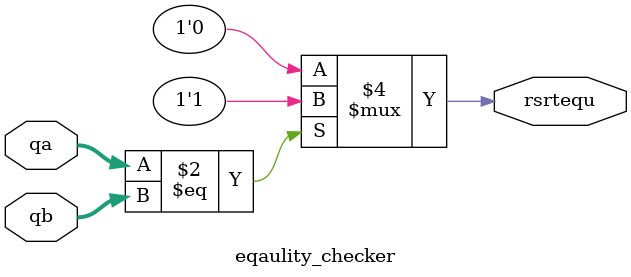
<source format=v>
`timescale 1ns / 1ps


module eqaulity_checker(
input [31:0] qa,
input [31:0] qb,
output reg rsrtequ
    );
    
    always@(*)
    begin
        if(qa == qb)
        begin
            rsrtequ = 1;
        end  
        else 
        begin
            rsrtequ = 0;
        end
    end
endmodule

</source>
